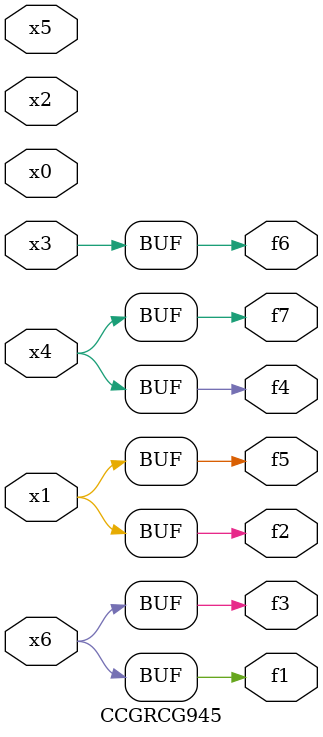
<source format=v>
module CCGRCG945(
	input x0, x1, x2, x3, x4, x5, x6,
	output f1, f2, f3, f4, f5, f6, f7
);
	assign f1 = x6;
	assign f2 = x1;
	assign f3 = x6;
	assign f4 = x4;
	assign f5 = x1;
	assign f6 = x3;
	assign f7 = x4;
endmodule

</source>
